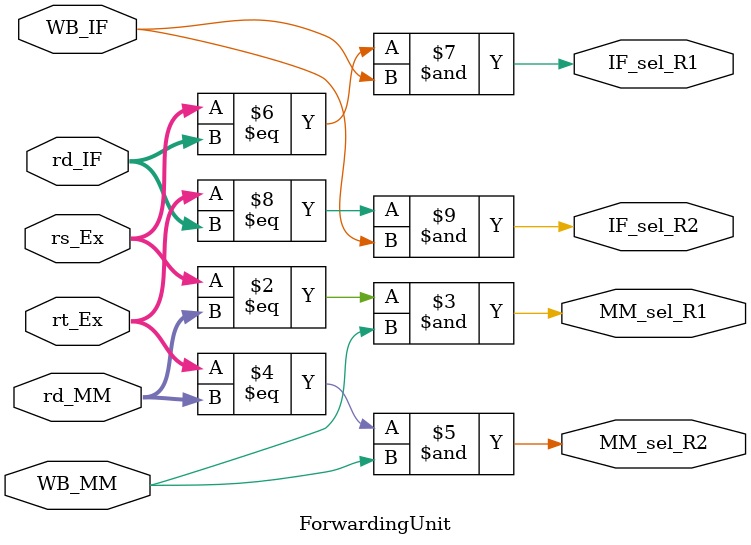
<source format=v>
module ForwardingUnit(input [4:0] rs_Ex, rt_Ex, rd_MM, rd_IF, input WB_MM, WB_IF,
					output reg MM_sel_R1, MM_sel_R2, IF_sel_R1, IF_sel_R2);
	initial {MM_sel_R1, MM_sel_R2, IF_sel_R1, IF_sel_R2} = 4'b 0;
	always @(*) begin
		MM_sel_R1 = (rs_Ex == rd_MM) & WB_MM;
		MM_sel_R2 = (rt_Ex == rd_MM) & WB_MM;
		IF_sel_R1 = (rs_Ex == rd_IF) & WB_IF;
		IF_sel_R2 = (rt_Ex == rd_IF) & WB_IF;
	end
endmodule
</source>
